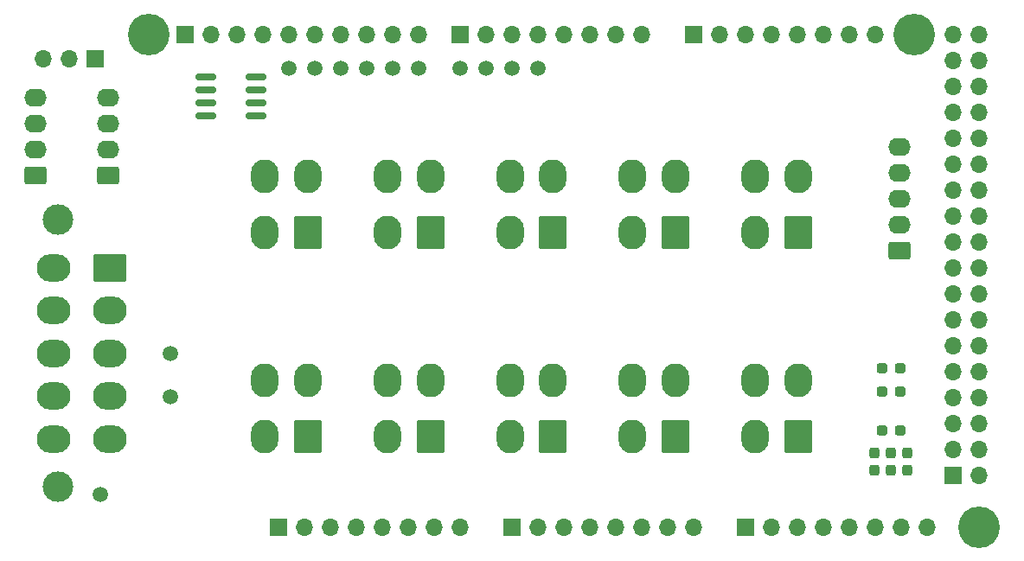
<source format=gbr>
%TF.GenerationSoftware,KiCad,Pcbnew,(6.0.9)*%
%TF.CreationDate,2023-03-29T11:59:05-08:00*%
%TF.ProjectId,ABSIS_Backlight Controller,41425349-535f-4426-9163-6b6c69676874,6*%
%TF.SameCoordinates,Original*%
%TF.FileFunction,Soldermask,Top*%
%TF.FilePolarity,Negative*%
%FSLAX46Y46*%
G04 Gerber Fmt 4.6, Leading zero omitted, Abs format (unit mm)*
G04 Created by KiCad (PCBNEW (6.0.9)) date 2023-03-29 11:59:05*
%MOMM*%
%LPD*%
G01*
G04 APERTURE LIST*
G04 Aperture macros list*
%AMRoundRect*
0 Rectangle with rounded corners*
0 $1 Rounding radius*
0 $2 $3 $4 $5 $6 $7 $8 $9 X,Y pos of 4 corners*
0 Add a 4 corners polygon primitive as box body*
4,1,4,$2,$3,$4,$5,$6,$7,$8,$9,$2,$3,0*
0 Add four circle primitives for the rounded corners*
1,1,$1+$1,$2,$3*
1,1,$1+$1,$4,$5*
1,1,$1+$1,$6,$7*
1,1,$1+$1,$8,$9*
0 Add four rect primitives between the rounded corners*
20,1,$1+$1,$2,$3,$4,$5,0*
20,1,$1+$1,$4,$5,$6,$7,0*
20,1,$1+$1,$6,$7,$8,$9,0*
20,1,$1+$1,$8,$9,$2,$3,0*%
G04 Aperture macros list end*
%ADD10C,4.064000*%
%ADD11RoundRect,0.237500X0.237500X-0.287500X0.237500X0.287500X-0.237500X0.287500X-0.237500X-0.287500X0*%
%ADD12RoundRect,0.237500X0.287500X0.237500X-0.287500X0.237500X-0.287500X-0.237500X0.287500X-0.237500X0*%
%ADD13RoundRect,0.250000X0.845000X-0.620000X0.845000X0.620000X-0.845000X0.620000X-0.845000X-0.620000X0*%
%ADD14O,2.190000X1.740000*%
%ADD15RoundRect,0.150000X-0.825000X-0.150000X0.825000X-0.150000X0.825000X0.150000X-0.825000X0.150000X0*%
%ADD16C,1.500000*%
%ADD17R,1.700000X1.700000*%
%ADD18O,1.700000X1.700000*%
%ADD19C,3.000000*%
%ADD20RoundRect,0.250001X-1.399999X1.099999X-1.399999X-1.099999X1.399999X-1.099999X1.399999X1.099999X0*%
%ADD21O,3.300000X2.700000*%
%ADD22RoundRect,0.250001X1.099999X1.399999X-1.099999X1.399999X-1.099999X-1.399999X1.099999X-1.399999X0*%
%ADD23O,2.700000X3.300000*%
G04 APERTURE END LIST*
D10*
%TO.C,MK3*%
X96520000Y2540000D03*
%TD*%
%TO.C,MK4*%
X15240000Y50800000D03*
%TD*%
%TO.C,MK6*%
X90170000Y50800000D03*
%TD*%
D11*
%TO.C,R3*%
X86320000Y8055000D03*
X86320000Y9805000D03*
%TD*%
%TO.C,R1*%
X89530000Y8055000D03*
X89530000Y9805000D03*
%TD*%
%TO.C,R2*%
X87925000Y8055000D03*
X87925000Y9805000D03*
%TD*%
D12*
%TO.C,D1*%
X88788000Y18038000D03*
X87038000Y18038000D03*
%TD*%
%TO.C,D2*%
X88805000Y15820000D03*
X87055000Y15820000D03*
%TD*%
%TO.C,D3*%
X88830000Y11970000D03*
X87080000Y11970000D03*
%TD*%
D13*
%TO.C,J14*%
X88770000Y29560000D03*
D14*
X88770000Y32100000D03*
X88770000Y34640000D03*
X88770000Y37180000D03*
X88770000Y39720000D03*
%TD*%
D15*
%TO.C,U1*%
X20814000Y46582000D03*
X20814000Y45312000D03*
X20814000Y44042000D03*
X20814000Y42772000D03*
X25764000Y42772000D03*
X25764000Y44042000D03*
X25764000Y45312000D03*
X25764000Y46582000D03*
%TD*%
D16*
%TO.C,TP1*%
X10524000Y5688000D03*
%TD*%
%TO.C,TP2*%
X17336000Y19494000D03*
%TD*%
%TO.C,TP4*%
X17399000Y15304000D03*
%TD*%
%TO.C,11*%
X45720000Y47498000D03*
%TD*%
%TO.C,6*%
X31496000Y47498000D03*
%TD*%
%TO.C,TP5*%
X28956000Y47498000D03*
%TD*%
%TO.C,12*%
X48260000Y47498000D03*
%TD*%
%TO.C,10*%
X41656000Y47498000D03*
%TD*%
%TO.C,9*%
X39116000Y47498000D03*
%TD*%
%TO.C,13*%
X50800000Y47498000D03*
%TD*%
%TO.C,8*%
X36576000Y47498000D03*
%TD*%
%TO.C,TP14*%
X53340000Y47498000D03*
%TD*%
%TO.C,7*%
X34036000Y47498000D03*
%TD*%
D17*
%TO.C,J16*%
X10016000Y48360000D03*
D18*
X7476000Y48360000D03*
X4936000Y48360000D03*
%TD*%
D13*
%TO.C,J12*%
X4174000Y36930000D03*
D14*
X4174000Y39470000D03*
X4174000Y42010000D03*
X4174000Y44550000D03*
%TD*%
D13*
%TO.C,J13*%
X11286000Y36930000D03*
D14*
X11286000Y39470000D03*
X11286000Y42010000D03*
X11286000Y44550000D03*
%TD*%
D19*
%TO.C,J1*%
X6390000Y32640000D03*
X6390000Y6440000D03*
D20*
X11430000Y27940000D03*
D21*
X11430000Y23740000D03*
X11430000Y19540000D03*
X11430000Y15340000D03*
X11430000Y11140000D03*
X5930000Y27940000D03*
X5930000Y23740000D03*
X5930000Y19540000D03*
X5930000Y15340000D03*
X5930000Y11140000D03*
%TD*%
D17*
%TO.C,P1*%
X93980000Y7620000D03*
D18*
X96520000Y7620000D03*
X93980000Y10160000D03*
X96520000Y10160000D03*
X93980000Y12700000D03*
X96520000Y12700000D03*
X93980000Y15240000D03*
X96520000Y15240000D03*
X93980000Y17780000D03*
X96520000Y17780000D03*
X93980000Y20320000D03*
X96520000Y20320000D03*
X93980000Y22860000D03*
X96520000Y22860000D03*
X93980000Y25400000D03*
X96520000Y25400000D03*
X93980000Y27940000D03*
X96520000Y27940000D03*
X93980000Y30480000D03*
X96520000Y30480000D03*
X93980000Y33020000D03*
X96520000Y33020000D03*
X93980000Y35560000D03*
X96520000Y35560000D03*
X93980000Y38100000D03*
X96520000Y38100000D03*
X93980000Y40640000D03*
X96520000Y40640000D03*
X93980000Y43180000D03*
X96520000Y43180000D03*
X93980000Y45720000D03*
X96520000Y45720000D03*
X93980000Y48260000D03*
X96520000Y48260000D03*
X93980000Y50800000D03*
X96520000Y50800000D03*
%TD*%
D17*
%TO.C,P2*%
X27940000Y2540000D03*
D18*
X30480000Y2540000D03*
X33020000Y2540000D03*
X35560000Y2540000D03*
X38100000Y2540000D03*
X40640000Y2540000D03*
X43180000Y2540000D03*
X45720000Y2540000D03*
%TD*%
D17*
%TO.C,P3*%
X50800000Y2540000D03*
D18*
X53340000Y2540000D03*
X55880000Y2540000D03*
X58420000Y2540000D03*
X60960000Y2540000D03*
X63500000Y2540000D03*
X66040000Y2540000D03*
X68580000Y2540000D03*
%TD*%
D17*
%TO.C,P4*%
X73660000Y2540000D03*
D18*
X76200000Y2540000D03*
X78740000Y2540000D03*
X81280000Y2540000D03*
X83820000Y2540000D03*
X86360000Y2540000D03*
X88900000Y2540000D03*
X91440000Y2540000D03*
%TD*%
D17*
%TO.C,P6*%
X45720000Y50800000D03*
D18*
X48260000Y50800000D03*
X50800000Y50800000D03*
X53340000Y50800000D03*
X55880000Y50800000D03*
X58420000Y50800000D03*
X60960000Y50800000D03*
X63500000Y50800000D03*
%TD*%
D17*
%TO.C,P7*%
X68580000Y50800000D03*
D18*
X71120000Y50800000D03*
X73660000Y50800000D03*
X76200000Y50800000D03*
X78740000Y50800000D03*
X81280000Y50800000D03*
X83820000Y50800000D03*
X86360000Y50800000D03*
%TD*%
D17*
%TO.C,P5*%
X18796000Y50800000D03*
D18*
X21336000Y50800000D03*
X23876000Y50800000D03*
X26416000Y50800000D03*
X28956000Y50800000D03*
X31496000Y50800000D03*
X34036000Y50800000D03*
X36576000Y50800000D03*
X39116000Y50800000D03*
X41656000Y50800000D03*
%TD*%
D22*
%TO.C,J3*%
X42820000Y31360000D03*
D23*
X38620000Y31360000D03*
X42820000Y36860000D03*
X38620000Y36860000D03*
%TD*%
D22*
%TO.C,J4*%
X54820000Y31360000D03*
D23*
X50620000Y31360000D03*
X54820000Y36860000D03*
X50620000Y36860000D03*
%TD*%
D22*
%TO.C,J5*%
X66820000Y31360000D03*
D23*
X62620000Y31360000D03*
X66820000Y36860000D03*
X62620000Y36860000D03*
%TD*%
D22*
%TO.C,J6*%
X78820000Y31360000D03*
D23*
X74620000Y31360000D03*
X78820000Y36860000D03*
X74620000Y36860000D03*
%TD*%
D22*
%TO.C,J7*%
X30820000Y11360000D03*
D23*
X26620000Y11360000D03*
X30820000Y16860000D03*
X26620000Y16860000D03*
%TD*%
D22*
%TO.C,J8*%
X42820000Y11360000D03*
D23*
X38620000Y11360000D03*
X42820000Y16860000D03*
X38620000Y16860000D03*
%TD*%
D22*
%TO.C,J9*%
X54820000Y11360000D03*
D23*
X50620000Y11360000D03*
X54820000Y16860000D03*
X50620000Y16860000D03*
%TD*%
D22*
%TO.C,J10*%
X66820000Y11360000D03*
D23*
X62620000Y11360000D03*
X66820000Y16860000D03*
X62620000Y16860000D03*
%TD*%
D22*
%TO.C,J11*%
X78820000Y11360000D03*
D23*
X74620000Y11360000D03*
X78820000Y16860000D03*
X74620000Y16860000D03*
%TD*%
D22*
%TO.C,J2*%
X30820000Y31360000D03*
D23*
X26620000Y31360000D03*
X30820000Y36860000D03*
X26620000Y36860000D03*
%TD*%
M02*

</source>
